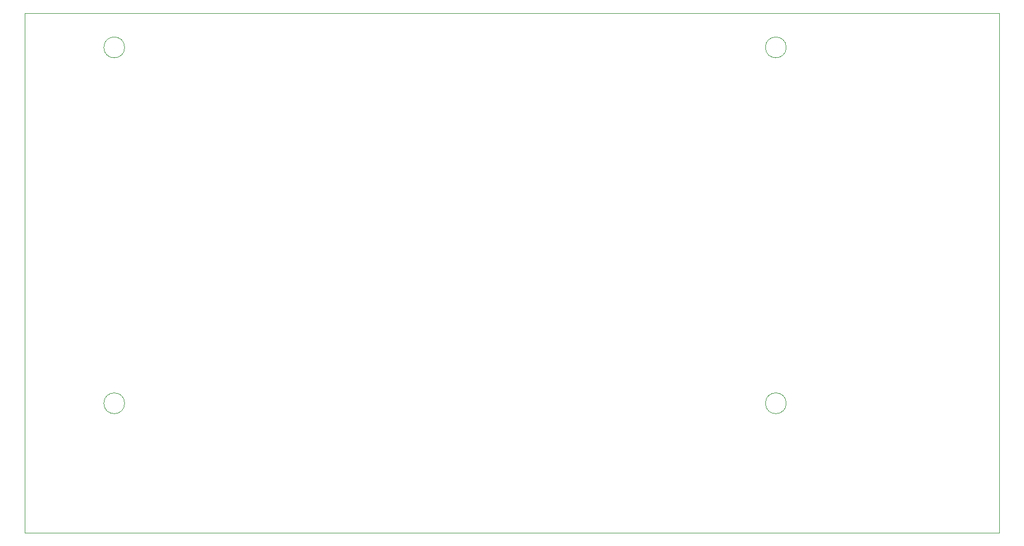
<source format=gbr>
%TF.GenerationSoftware,KiCad,Pcbnew,9.0.5*%
%TF.CreationDate,2025-10-20T17:55:58+02:00*%
%TF.ProjectId,yoradio-3,796f7261-6469-46f2-9d33-2e6b69636164,rev?*%
%TF.SameCoordinates,Original*%
%TF.FileFunction,Profile,NP*%
%FSLAX46Y46*%
G04 Gerber Fmt 4.6, Leading zero omitted, Abs format (unit mm)*
G04 Created by KiCad (PCBNEW 9.0.5) date 2025-10-20 17:55:58*
%MOMM*%
%LPD*%
G01*
G04 APERTURE LIST*
%TA.AperFunction,Profile*%
%ADD10C,0.050000*%
%TD*%
%TA.AperFunction,Profile*%
%ADD11C,0.120000*%
%TD*%
G04 APERTURE END LIST*
D10*
X81000000Y-49000000D02*
X231000000Y-49000000D01*
X231000000Y-129000000D01*
X81000000Y-129000000D01*
X81000000Y-49000000D01*
D11*
%TO.C,M1*%
X96400000Y-54250000D02*
G75*
G02*
X93200000Y-54250000I-1600000J0D01*
G01*
X93200000Y-54250000D02*
G75*
G02*
X96400000Y-54250000I1600000J0D01*
G01*
X96400000Y-109050000D02*
G75*
G02*
X93200000Y-109050000I-1600000J0D01*
G01*
X93200000Y-109050000D02*
G75*
G02*
X96400000Y-109050000I1600000J0D01*
G01*
X198200000Y-54250000D02*
G75*
G02*
X195000000Y-54250000I-1600000J0D01*
G01*
X195000000Y-54250000D02*
G75*
G02*
X198200000Y-54250000I1600000J0D01*
G01*
X198200000Y-109050000D02*
G75*
G02*
X195000000Y-109050000I-1600000J0D01*
G01*
X195000000Y-109050000D02*
G75*
G02*
X198200000Y-109050000I1600000J0D01*
G01*
%TD*%
M02*

</source>
